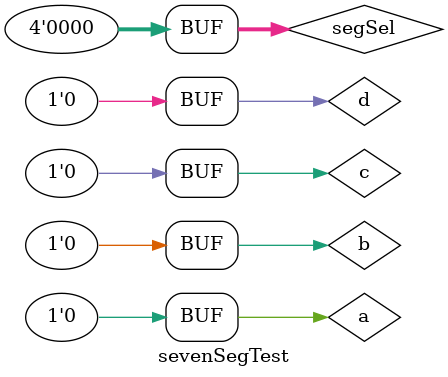
<source format=v>
`timescale 1ns / 1ps


module sevenSegTest;

	// Inputs
	reg [3:0] segSel;
	reg a;
	reg b;
	reg c;
	reg d;

	// Outputs
	wire [3:0] anodeOut;
	wire [7:0] sevenOut;

	// Instantiate the Unit Under Test (UUT)
	test01 uut (
		.segSel(segSel), 
		.a(a), 
		.b(b), 
		.c(c), 
		.d(d), 
		.anodeOut(anodeOut), 
		.sevenOut(sevenOut)
	);

	initial begin
		// Initialize Inputs
		segSel = 0;
		a = 0;
		b = 0;
		c = 0;
		d = 0;

		// Wait 100 ns for global reset to finish
		#100;
		#10	a=1;	b=1; 	c=1; 	d=1; segSel = 4'b0000;
		#10	a=1;	b=1; 	c=1; 	d=0;
		#10	a=1;	b=1; 	c=0; 	d=1;
		#10	a=1;	b=1; 	c=0; 	d=0;
		#10	a=1;	b=0; 	c=1; 	d=1;
		#10	a=1;	b=0; 	c=1; 	d=0;
		#10	a=1;	b=0; 	c=0; 	d=1;
		#10	a=1;	b=0; 	c=0; 	d=0;
		#10	a=0;	b=1; 	c=1; 	d=1;
		#10	a=0;	b=1; 	c=1; 	d=0;
		#10	a=0;	b=1; 	c=0; 	d=1;
		#10	a=0;	b=1; 	c=0; 	d=0;
		#10	a=0;	b=0; 	c=1; 	d=1;
		#10	a=0;	b=0; 	c=1; 	d=0;
		#10	a=0;	b=0; 	c=0; 	d=1;
		#10	a=0;	b=0; 	c=0; 	d=0;

        
		// Add stimulus here

	end
      
endmodule


</source>
